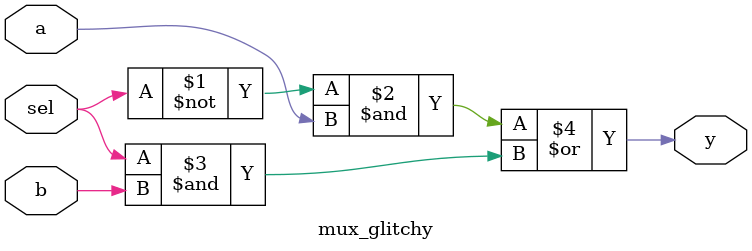
<source format=sv>
`timescale 1ns / 1ps


module mux_glitchy (
    input  logic a,
    input  logic b,
    input  logic sel,
    output logic y
);

    // Classic implementation
    assign y = (~sel & a) | (sel & b);

endmodule


</source>
